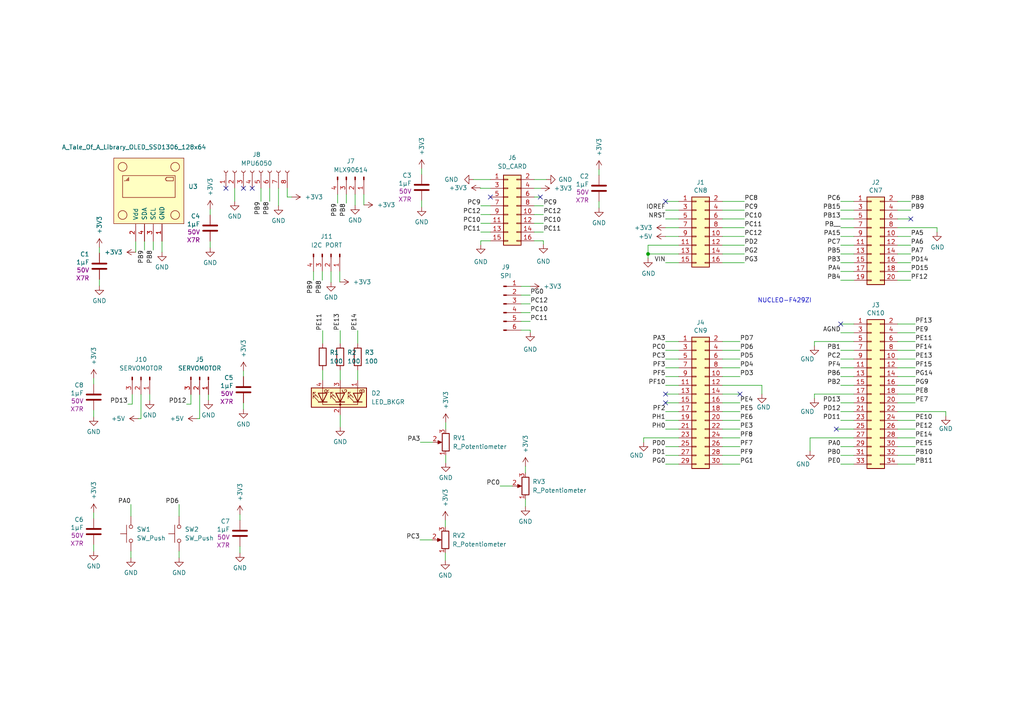
<source format=kicad_sch>
(kicad_sch (version 20231120) (generator "eeschema") (generator_version "8.0")
  (paper "A4")
  (lib_symbols
    (symbol "Connector:Conn_01x03_Pin" (pin_names (offset 1.016) hide)
      (property "Reference" "J" (at 0 5.08 0))
      (property "Value" "Conn_01x03_Pin" (at 0 -5.08 0))
      (symbol "Conn_01x03_Pin_1_1"
        (pin passive line (at 5.08 2.54 180) (length 3.81) (name "Pin_1") (number "1"))
        (pin passive line (at 5.08 0 180) (length 3.81) (name "Pin_2") (number "2"))
        (pin passive line (at 5.08 -2.54 180) (length 3.81) (name "Pin_3") (number "3"))
      )
    )
    (symbol "Connector:Conn_01x04_Pin" (pin_names (offset 1.016) hide)
      (property "Reference" "J" (at 0 5.08 0))
      (property "Value" "Conn_01x04_Pin" (at 0 -7.62 0))
      (symbol "Conn_01x04_Pin_1_1"
        (pin passive line (at 5.08 2.54 180) (length 3.81) (name "Pin_1") (number "1"))
        (pin passive line (at 5.08 0 180) (length 3.81) (name "Pin_2") (number "2"))
        (pin passive line (at 5.08 -2.54 180) (length 3.81) (name "Pin_3") (number "3"))
        (pin passive line (at 5.08 -5.08 180) (length 3.81) (name "Pin_4") (number "4"))
      )
    )
    (symbol "Connector:Conn_01x06_Pin" (pin_names (offset 1.016) hide)
      (property "Reference" "J" (at 0 7.62 0))
      (property "Value" "Conn_01x06_Pin" (at 0 -10.16 0))
      (symbol "Conn_01x06_Pin_1_1"
        (pin passive line (at 5.08 5.08 180) (length 3.81) (name "Pin_1") (number "1"))
        (pin passive line (at 5.08 2.54 180) (length 3.81) (name "Pin_2") (number "2"))
        (pin passive line (at 5.08 0 180) (length 3.81) (name "Pin_3") (number "3"))
        (pin passive line (at 5.08 -2.54 180) (length 3.81) (name "Pin_4") (number "4"))
        (pin passive line (at 5.08 -5.08 180) (length 3.81) (name "Pin_5") (number "5"))
        (pin passive line (at 5.08 -7.62 180) (length 3.81) (name "Pin_6") (number "6"))
      )
    )
    (symbol "Connector:Conn_01x08_Socket" (pin_names (offset 1.016) hide)
      (property "Reference" "J" (at 0 10.16 0))
      (property "Value" "Conn_01x08_Socket" (at 0 -12.7 0))
      (symbol "Conn_01x08_Socket_1_1"
        (pin passive line (at -5.08 7.62 0) (length 3.81) (name "Pin_1") (number "1"))
        (pin passive line (at -5.08 5.08 0) (length 3.81) (name "Pin_2") (number "2"))
        (pin passive line (at -5.08 2.54 0) (length 3.81) (name "Pin_3") (number "3"))
        (pin passive line (at -5.08 0 0) (length 3.81) (name "Pin_4") (number "4"))
        (pin passive line (at -5.08 -2.54 0) (length 3.81) (name "Pin_5") (number "5"))
        (pin passive line (at -5.08 -5.08 0) (length 3.81) (name "Pin_6") (number "6"))
        (pin passive line (at -5.08 -7.62 0) (length 3.81) (name "Pin_7") (number "7"))
        (pin passive line (at -5.08 -10.16 0) (length 3.81) (name "Pin_8") (number "8"))
      )
    )
    (symbol "Connector_Generic:Conn_02x08_Odd_Even" (pin_names (offset 1.016) hide)
      (property "Reference" "J" (at 1.27 10.16 0))
      (property "Value" "Conn_02x08_Odd_Even" (at 1.27 -12.7 0))
      (symbol "Conn_02x08_Odd_Even_1_1"
        (pin passive line (at -5.08 7.62 0) (length 3.81) (name "Pin_1") (number "1"))
        (pin passive line (at 7.62 -2.54 180) (length 3.81) (name "Pin_10") (number "10"))
        (pin passive line (at -5.08 -5.08 0) (length 3.81) (name "Pin_11") (number "11"))
        (pin passive line (at 7.62 -5.08 180) (length 3.81) (name "Pin_12") (number "12"))
        (pin passive line (at -5.08 -7.62 0) (length 3.81) (name "Pin_13") (number "13"))
        (pin passive line (at 7.62 -7.62 180) (length 3.81) (name "Pin_14") (number "14"))
        (pin passive line (at -5.08 -10.16 0) (length 3.81) (name "Pin_15") (number "15"))
        (pin passive line (at 7.62 -10.16 180) (length 3.81) (name "Pin_16") (number "16"))
        (pin passive line (at 7.62 7.62 180) (length 3.81) (name "Pin_2") (number "2"))
        (pin passive line (at -5.08 5.08 0) (length 3.81) (name "Pin_3") (number "3"))
        (pin passive line (at 7.62 5.08 180) (length 3.81) (name "Pin_4") (number "4"))
        (pin passive line (at -5.08 2.54 0) (length 3.81) (name "Pin_5") (number "5"))
        (pin passive line (at 7.62 2.54 180) (length 3.81) (name "Pin_6") (number "6"))
        (pin passive line (at -5.08 0 0) (length 3.81) (name "Pin_7") (number "7"))
        (pin passive line (at 7.62 0 180) (length 3.81) (name "Pin_8") (number "8"))
        (pin passive line (at -5.08 -2.54 0) (length 3.81) (name "Pin_9") (number "9"))
      )
    )
    (symbol "Connector_Generic:Conn_02x10_Odd_Even" (pin_names (offset 1.016) hide)
      (property "Reference" "J" (at 1.27 12.7 0))
      (property "Value" "Conn_02x10_Odd_Even" (at 1.27 -15.24 0))
      (symbol "Conn_02x10_Odd_Even_1_1"
        (pin passive line (at -5.08 10.16 0) (length 3.81) (name "Pin_1") (number "1"))
        (pin passive line (at 7.62 0 180) (length 3.81) (name "Pin_10") (number "10"))
        (pin passive line (at -5.08 -2.54 0) (length 3.81) (name "Pin_11") (number "11"))
        (pin passive line (at 7.62 -2.54 180) (length 3.81) (name "Pin_12") (number "12"))
        (pin passive line (at -5.08 -5.08 0) (length 3.81) (name "Pin_13") (number "13"))
        (pin passive line (at 7.62 -5.08 180) (length 3.81) (name "Pin_14") (number "14"))
        (pin passive line (at -5.08 -7.62 0) (length 3.81) (name "Pin_15") (number "15"))
        (pin passive line (at 7.62 -7.62 180) (length 3.81) (name "Pin_16") (number "16"))
        (pin passive line (at -5.08 -10.16 0) (length 3.81) (name "Pin_17") (number "17"))
        (pin passive line (at 7.62 -10.16 180) (length 3.81) (name "Pin_18") (number "18"))
        (pin passive line (at -5.08 -12.7 0) (length 3.81) (name "Pin_19") (number "19"))
        (pin passive line (at 7.62 10.16 180) (length 3.81) (name "Pin_2") (number "2"))
        (pin passive line (at 7.62 -12.7 180) (length 3.81) (name "Pin_20") (number "20"))
        (pin passive line (at -5.08 7.62 0) (length 3.81) (name "Pin_3") (number "3"))
        (pin passive line (at 7.62 7.62 180) (length 3.81) (name "Pin_4") (number "4"))
        (pin passive line (at -5.08 5.08 0) (length 3.81) (name "Pin_5") (number "5"))
        (pin passive line (at 7.62 5.08 180) (length 3.81) (name "Pin_6") (number "6"))
        (pin passive line (at -5.08 2.54 0) (length 3.81) (name "Pin_7") (number "7"))
        (pin passive line (at 7.62 2.54 180) (length 3.81) (name "Pin_8") (number "8"))
        (pin passive line (at -5.08 0 0) (length 3.81) (name "Pin_9") (number "9"))
      )
    )
    (symbol "Connector_Generic:Conn_02x15_Odd_Even" (pin_names (offset 1.016) hide)
      (property "Reference" "J" (at 1.27 20.32 0))
      (property "Value" "Conn_02x15_Odd_Even" (at 1.27 -20.32 0))
      (symbol "Conn_02x15_Odd_Even_1_1"
        (pin passive line (at -5.08 17.78 0) (length 3.81) (name "Pin_1") (number "1"))
        (pin passive line (at 7.62 7.62 180) (length 3.81) (name "Pin_10") (number "10"))
        (pin passive line (at -5.08 5.08 0) (length 3.81) (name "Pin_11") (number "11"))
        (pin passive line (at 7.62 5.08 180) (length 3.81) (name "Pin_12") (number "12"))
        (pin passive line (at -5.08 2.54 0) (length 3.81) (name "Pin_13") (number "13"))
        (pin passive line (at 7.62 2.54 180) (length 3.81) (name "Pin_14") (number "14"))
        (pin passive line (at -5.08 0 0) (length 3.81) (name "Pin_15") (number "15"))
        (pin passive line (at 7.62 0 180) (length 3.81) (name "Pin_16") (number "16"))
        (pin passive line (at -5.08 -2.54 0) (length 3.81) (name "Pin_17") (number "17"))
        (pin passive line (at 7.62 -2.54 180) (length 3.81) (name "Pin_18") (number "18"))
        (pin passive line (at -5.08 -5.08 0) (length 3.81) (name "Pin_19") (number "19"))
        (pin passive line (at 7.62 17.78 180) (length 3.81) (name "Pin_2") (number "2"))
        (pin passive line (at 7.62 -5.08 180) (length 3.81) (name "Pin_20") (number "20"))
        (pin passive line (at -5.08 -7.62 0) (length 3.81) (name "Pin_21") (number "21"))
        (pin passive line (at 7.62 -7.62 180) (length 3.81) (name "Pin_22") (number "22"))
        (pin passive line (at -5.08 -10.16 0) (length 3.81) (name "Pin_23") (number "23"))
        (pin passive line (at 7.62 -10.16 180) (length 3.81) (name "Pin_24") (number "24"))
        (pin passive line (at -5.08 -12.7 0) (length 3.81) (name "Pin_25") (number "25"))
        (pin passive line (at 7.62 -12.7 180) (length 3.81) (name "Pin_26") (number "26"))
        (pin passive line (at -5.08 -15.24 0) (length 3.81) (name "Pin_27") (number "27"))
        (pin passive line (at 7.62 -15.24 180) (length 3.81) (name "Pin_28") (number "28"))
        (pin passive line (at -5.08 -17.78 0) (length 3.81) (name "Pin_29") (number "29"))
        (pin passive line (at -5.08 15.24 0) (length 3.81) (name "Pin_3") (number "3"))
        (pin passive line (at 7.62 -17.78 180) (length 3.81) (name "Pin_30") (number "30"))
        (pin passive line (at 7.62 15.24 180) (length 3.81) (name "Pin_4") (number "4"))
        (pin passive line (at -5.08 12.7 0) (length 3.81) (name "Pin_5") (number "5"))
        (pin passive line (at 7.62 12.7 180) (length 3.81) (name "Pin_6") (number "6"))
        (pin passive line (at -5.08 10.16 0) (length 3.81) (name "Pin_7") (number "7"))
        (pin passive line (at 7.62 10.16 180) (length 3.81) (name "Pin_8") (number "8"))
        (pin passive line (at -5.08 7.62 0) (length 3.81) (name "Pin_9") (number "9"))
      )
    )
    (symbol "Connector_Generic:Conn_02x17_Odd_Even" (pin_names (offset 1.016) hide)
      (property "Reference" "J" (at 1.27 22.86 0))
      (property "Value" "Conn_02x17_Odd_Even" (at 1.27 -22.86 0))
      (symbol "Conn_02x17_Odd_Even_1_1"
        (pin passive line (at -5.08 20.32 0) (length 3.81) (name "Pin_1") (number "1"))
        (pin passive line (at 7.62 10.16 180) (length 3.81) (name "Pin_10") (number "10"))
        (pin passive line (at -5.08 7.62 0) (length 3.81) (name "Pin_11") (number "11"))
        (pin passive line (at 7.62 7.62 180) (length 3.81) (name "Pin_12") (number "12"))
        (pin passive line (at -5.08 5.08 0) (length 3.81) (name "Pin_13") (number "13"))
        (pin passive line (at 7.62 5.08 180) (length 3.81) (name "Pin_14") (number "14"))
        (pin passive line (at -5.08 2.54 0) (length 3.81) (name "Pin_15") (number "15"))
        (pin passive line (at 7.62 2.54 180) (length 3.81) (name "Pin_16") (number "16"))
        (pin passive line (at -5.08 0 0) (length 3.81) (name "Pin_17") (number "17"))
        (pin passive line (at 7.62 0 180) (length 3.81) (name "Pin_18") (number "18"))
        (pin passive line (at -5.08 -2.54 0) (length 3.81) (name "Pin_19") (number "19"))
        (pin passive line (at 7.62 20.32 180) (length 3.81) (name "Pin_2") (number "2"))
        (pin passive line (at 7.62 -2.54 180) (length 3.81) (name "Pin_20") (number "20"))
        (pin passive line (at -5.08 -5.08 0) (length 3.81) (name "Pin_21") (number "21"))
        (pin passive line (at 7.62 -5.08 180) (length 3.81) (name "Pin_22") (number "22"))
        (pin passive line (at -5.08 -7.62 0) (length 3.81) (name "Pin_23") (number "23"))
        (pin passive line (at 7.62 -7.62 180) (length 3.81) (name "Pin_24") (number "24"))
        (pin passive line (at -5.08 -10.16 0) (length 3.81) (name "Pin_25") (number "25"))
        (pin passive line (at 7.62 -10.16 180) (length 3.81) (name "Pin_26") (number "26"))
        (pin passive line (at -5.08 -12.7 0) (length 3.81) (name "Pin_27") (number "27"))
        (pin passive line (at 7.62 -12.7 180) (length 3.81) (name "Pin_28") (number "28"))
        (pin passive line (at -5.08 -15.24 0) (length 3.81) (name "Pin_29") (number "29"))
        (pin passive line (at -5.08 17.78 0) (length 3.81) (name "Pin_3") (number "3"))
        (pin passive line (at 7.62 -15.24 180) (length 3.81) (name "Pin_30") (number "30"))
        (pin passive line (at -5.08 -17.78 0) (length 3.81) (name "Pin_31") (number "31"))
        (pin passive line (at 7.62 -17.78 180) (length 3.81) (name "Pin_32") (number "32"))
        (pin passive line (at -5.08 -20.32 0) (length 3.81) (name "Pin_33") (number "33"))
        (pin passive line (at 7.62 -20.32 180) (length 3.81) (name "Pin_34") (number "34"))
        (pin passive line (at 7.62 17.78 180) (length 3.81) (name "Pin_4") (number "4"))
        (pin passive line (at -5.08 15.24 0) (length 3.81) (name "Pin_5") (number "5"))
        (pin passive line (at 7.62 15.24 180) (length 3.81) (name "Pin_6") (number "6"))
        (pin passive line (at -5.08 12.7 0) (length 3.81) (name "Pin_7") (number "7"))
        (pin passive line (at 7.62 12.7 180) (length 3.81) (name "Pin_8") (number "8"))
        (pin passive line (at -5.08 10.16 0) (length 3.81) (name "Pin_9") (number "9"))
      )
    )
    (symbol "Device:C" (pin_numbers hide) (pin_names (offset 0.254))
      (property "Reference" "C" (at 0.635 2.54 0))
      (property "Value" "C" (at 0.635 -2.54 0))
      (symbol "C_1_1"
        (pin passive line (at 0 3.81 270) (length 2.794) (name "~") (number "1"))
        (pin passive line (at 0 -3.81 90) (length 2.794) (name "~") (number "2"))
      )
    )
    (symbol "Device:LED_BKGR" (pin_names (offset 0) hide)
      (property "Reference" "D" (at 0 9.398 0))
      (property "Value" "LED_BKGR" (at 0 -8.89 0))
      (symbol "LED_BKGR_0_0"
        (text "B" (at 1.905 -6.35 0) (effects (font (size 1.27 1.27))))
        (text "G" (at 1.905 -1.27 0) (effects (font (size 1.27 1.27))))
        (text "R" (at 1.905 3.81 0) (effects (font (size 1.27 1.27))))
      )
      (symbol "LED_BKGR_1_1"
        (pin passive line (at 5.08 -5.08 180) (length 2.54) (name "BA") (number "1"))
        (pin passive line (at -5.08 0 0) (length 2.54) (name "K") (number "2"))
        (pin passive line (at 5.08 0 180) (length 2.54) (name "GA") (number "3"))
        (pin passive line (at 5.08 5.08 180) (length 2.54) (name "RA") (number "4"))
      )
    )
    (symbol "Device:R" (pin_numbers hide) (pin_names (offset 0))
      (property "Reference" "R" (at 2.032 0 90))
      (property "Value" "R" (at 0 0 90))
      (symbol "R_1_1"
        (pin passive line (at 0 3.81 270) (length 1.27) (name "~") (number "1"))
        (pin passive line (at 0 -3.81 90) (length 1.27) (name "~") (number "2"))
      )
    )
    (symbol "Device:R_Potentiometer" (pin_names (offset 1.016) hide)
      (property "Reference" "RV" (at -4.445 0 90))
      (property "Value" "R_Potentiometer" (at -2.54 0 90))
      (symbol "R_Potentiometer_1_1"
        (pin passive line (at 0 3.81 270) (length 1.27) (name "1") (number "1"))
        (pin passive line (at 3.81 0 180) (length 1.27) (name "2") (number "2"))
        (pin passive line (at 0 -3.81 90) (length 1.27) (name "3") (number "3"))
      )
    )
    (symbol "Switch:SW_Push" (pin_numbers hide) (pin_names (offset 1.016) hide)
      (property "Reference" "SW" (at 1.27 2.54 0))
      (property "Value" "SW_Push" (at 0 -1.524 0))
      (symbol "SW_Push_0_1"
        (pin passive line (at -5.08 0 0) (length 2.54) (name "1") (number "1"))
        (pin passive line (at 5.08 0 180) (length 2.54) (name "2") (number "2"))
      )
    )
    (symbol "power:+3V3" (power) (pin_names (offset 0))
      (property "Value" "+3V3" (at 0 3.556 0))
      (symbol "+3V3_1_1"
        (pin power_in line (at 0 0 90) (length 0) hide (name "+3V3") (number "1"))
      )
    )
    (symbol "power:+5V" (power) (pin_names (offset 0))
      (property "Value" "+5V" (at 0 3.556 0))
      (symbol "+5V_1_1"
        (pin power_in line (at 0 0 90) (length 0) hide (name "+5V") (number "1"))
      )
    )
    (symbol "power:GND" (power) (pin_names (offset 0))
      (property "Value" "GND" (at 0 -3.81 0))
      (symbol "GND_1_1"
        (pin power_in line (at 0 0 270) (length 0) hide (name "GND") (number "1"))
      )
    )
    (symbol "wels_pcb_nucleo144-rescue:OLED_SSD1306_128x64-A_Tale_Of_A_Library" (pin_names (offset 1.016))
      (property "Reference" "U" (at 0 0 0))
      (property "Value" "A_Tale_Of_A_Library_OLED_SSD1306_128x64" (at 10.16 6.35 0))
      (symbol "OLED_SSD1306_128x64-A_Tale_Of_A_Library_1_1"
        (pin power_in line (at -12.7 -16.51 0) (length 5.08) (name "GND") (number "1"))
        (pin power_in line (at -12.7 -8.89 0) (length 5.08) (name "Vdd") (number "2"))
        (pin input line (at -12.7 -13.97 0) (length 5.08) (name "SCL") (number "3"))
        (pin input line (at -12.7 -11.43 0) (length 5.08) (name "SDA") (number "4"))
      )
    )
  )
  (junction (at 187.96 73.66))
  (no_connect (at 214.63 114.3))
  (no_connect (at 264.16 63.5))
  (no_connect (at 73.152 54.61))
  (no_connect (at 193.04 116.84))
  (no_connect (at 242.57 124.46))
  (no_connect (at 243.84 93.98))
  (no_connect (at 193.04 58.42))
  (no_connect (at 65.532 54.61))
  (no_connect (at 142.24 57.15))
  (no_connect (at 156.718 57.15))
  (no_connect (at 193.04 114.3))
  (no_connect (at 70.612 54.61))
  (wire (pts (xy 193.04 134.62) (xy 196.85 134.62)))
  (wire (pts (xy 98.679 120.396) (xy 98.679 123.825)))
  (wire (pts (xy 139.446 67.31) (xy 142.24 67.31)))
  (wire (pts (xy 193.04 116.84) (xy 196.85 116.84)))
  (wire (pts (xy 151.13 88.138) (xy 153.797 88.138)))
  (wire (pts (xy 193.04 124.46) (xy 196.85 124.46)))
  (wire (pts (xy 260.35 129.54) (xy 265.43 129.54)))
  (wire (pts (xy 37.973 146.304) (xy 37.973 149.733)))
  (wire (pts (xy 209.55 134.62) (xy 214.63 134.62)))
  (wire (pts (xy 69.596 149.225) (xy 69.596 150.876)))
  (wire (pts (xy 247.65 127) (xy 234.95 127)))
  (wire (pts (xy 209.55 116.84) (xy 214.63 116.84)))
  (wire (pts (xy 129.159 160.401) (xy 129.159 162.56)))
  (wire (pts (xy 260.35 81.28) (xy 264.16 81.28)))
  (wire (pts (xy 154.94 52.07) (xy 158.496 52.07)))
  (wire (pts (xy 260.35 134.62) (xy 265.43 134.62)))
  (wire (pts (xy 260.35 132.08) (xy 265.43 132.08)))
  (wire (pts (xy 243.84 63.5) (xy 247.65 63.5)))
  (wire (pts (xy 247.65 99.06) (xy 236.22 99.06)))
  (wire (pts (xy 55.372 117.221) (xy 54.102 117.221)))
  (wire (pts (xy 260.35 73.66) (xy 264.16 73.66)))
  (wire (pts (xy 43.434 114.427) (xy 43.434 116.078)))
  (wire (pts (xy 57.912 121.412) (xy 57.15 121.412)))
  (wire (pts (xy 187.96 73.66) (xy 187.96 74.93)))
  (wire (pts (xy 27.178 109.728) (xy 27.178 111.379)))
  (wire (pts (xy 243.84 121.92) (xy 247.65 121.92)))
  (wire (pts (xy 243.84 76.2) (xy 247.65 76.2)))
  (wire (pts (xy 260.35 121.92) (xy 265.43 121.92)))
  (wire (pts (xy 193.04 99.06) (xy 196.85 99.06)))
  (wire (pts (xy 121.92 128.27) (xy 125.476 128.27)))
  (wire (pts (xy 122.301 58.166) (xy 122.301 60.071)))
  (wire (pts (xy 173.736 49.149) (xy 173.736 50.8)))
  (wire (pts (xy 139.319 54.61) (xy 139.319 54.483)))
  (wire (pts (xy 151.13 90.678) (xy 153.797 90.678)))
  (wire (pts (xy 60.96 60.706) (xy 60.96 62.357)))
  (wire (pts (xy 153.797 96.393) (xy 153.797 95.758)))
  (wire (pts (xy 243.84 71.12) (xy 247.65 71.12)))
  (wire (pts (xy 151.13 85.598) (xy 153.797 85.598)))
  (wire (pts (xy 243.84 73.66) (xy 247.65 73.66)))
  (wire (pts (xy 83.312 57.15) (xy 83.312 54.61)))
  (wire (pts (xy 97.917 56.388) (xy 97.917 58.928)))
  (wire (pts (xy 98.679 107.315) (xy 98.679 110.236)))
  (wire (pts (xy 157.607 70.866) (xy 157.607 69.85)))
  (wire (pts (xy 152.4 144.78) (xy 152.4 146.939)))
  (wire (pts (xy 142.24 54.61) (xy 139.319 54.61)))
  (wire (pts (xy 154.94 59.69) (xy 157.607 59.69)))
  (wire (pts (xy 243.84 66.04) (xy 247.65 66.04)))
  (wire (pts (xy 209.55 111.76) (xy 220.98 111.76)))
  (wire (pts (xy 260.35 63.5) (xy 264.16 63.5)))
  (wire (pts (xy 40.894 121.412) (xy 40.132 121.412)))
  (wire (pts (xy 39.37 69.977) (xy 39.37 73.152)))
  (wire (pts (xy 187.96 71.12) (xy 187.96 73.66)))
  (wire (pts (xy 260.35 71.12) (xy 264.16 71.12)))
  (wire (pts (xy 260.35 114.3) (xy 265.43 114.3)))
  (wire (pts (xy 193.04 68.58) (xy 196.85 68.58)))
  (wire (pts (xy 209.55 121.92) (xy 214.63 121.92)))
  (wire (pts (xy 154.94 64.77) (xy 157.607 64.77)))
  (wire (pts (xy 75.692 54.61) (xy 75.692 58.42)))
  (wire (pts (xy 98.679 95.885) (xy 98.679 99.695)))
  (wire (pts (xy 209.55 99.06) (xy 214.63 99.06)))
  (wire (pts (xy 209.55 114.3) (xy 214.63 114.3)))
  (wire (pts (xy 243.84 78.74) (xy 247.65 78.74)))
  (wire (pts (xy 70.612 116.84) (xy 70.612 118.745)))
  (wire (pts (xy 260.35 101.6) (xy 265.43 101.6)))
  (wire (pts (xy 154.94 67.31) (xy 157.607 67.31)))
  (wire (pts (xy 103.759 107.315) (xy 103.759 110.236)))
  (wire (pts (xy 209.55 66.04) (xy 215.9 66.04)))
  (wire (pts (xy 57.912 114.427) (xy 57.912 121.412)))
  (wire (pts (xy 139.446 64.77) (xy 142.24 64.77)))
  (wire (pts (xy 142.24 52.07) (xy 137.287 52.07)))
  (wire (pts (xy 153.797 95.758) (xy 151.13 95.758)))
  (wire (pts (xy 193.04 119.38) (xy 196.85 119.38)))
  (wire (pts (xy 51.943 146.304) (xy 51.943 149.733)))
  (wire (pts (xy 46.99 69.977) (xy 46.99 73.152)))
  (wire (pts (xy 103.759 95.885) (xy 103.759 99.695)))
  (wire (pts (xy 260.35 66.04) (xy 271.78 66.04)))
  (wire (pts (xy 60.96 69.977) (xy 60.96 71.882)))
  (wire (pts (xy 260.35 96.52) (xy 265.43 96.52)))
  (wire (pts (xy 260.35 124.46) (xy 265.43 124.46)))
  (wire (pts (xy 209.55 68.58) (xy 215.9 68.58)))
  (wire (pts (xy 193.04 132.08) (xy 196.85 132.08)))
  (wire (pts (xy 243.84 134.62) (xy 247.65 134.62)))
  (wire (pts (xy 151.13 93.218) (xy 153.797 93.218)))
  (wire (pts (xy 193.04 60.96) (xy 196.85 60.96)))
  (wire (pts (xy 243.84 129.54) (xy 247.65 129.54)))
  (wire (pts (xy 271.78 66.04) (xy 271.78 67.31)))
  (wire (pts (xy 186.69 127) (xy 186.69 128.27)))
  (wire (pts (xy 209.55 109.22) (xy 214.63 109.22)))
  (wire (pts (xy 243.84 58.42) (xy 247.65 58.42)))
  (wire (pts (xy 209.55 76.2) (xy 215.9 76.2)))
  (wire (pts (xy 84.582 57.15) (xy 83.312 57.15)))
  (wire (pts (xy 260.35 99.06) (xy 265.43 99.06)))
  (wire (pts (xy 260.35 58.42) (xy 264.16 58.42)))
  (wire (pts (xy 274.32 119.38) (xy 260.35 119.38)))
  (wire (pts (xy 28.829 71.755) (xy 28.829 73.406)))
  (wire (pts (xy 157.607 69.85) (xy 154.94 69.85)))
  (wire (pts (xy 154.94 57.15) (xy 156.718 57.15)))
  (wire (pts (xy 100.457 56.388) (xy 100.457 58.928)))
  (wire (pts (xy 243.84 68.58) (xy 247.65 68.58)))
  (wire (pts (xy 145.034 140.97) (xy 148.59 140.97)))
  (wire (pts (xy 69.596 158.496) (xy 69.596 160.401)))
  (wire (pts (xy 129.286 132.08) (xy 129.286 134.239)))
  (wire (pts (xy 193.04 129.54) (xy 196.85 129.54)))
  (wire (pts (xy 90.932 78.74) (xy 90.932 81.28)))
  (wire (pts (xy 260.35 127) (xy 265.43 127)))
  (wire (pts (xy 243.84 81.28) (xy 247.65 81.28)))
  (wire (pts (xy 193.04 63.5) (xy 196.85 63.5)))
  (wire (pts (xy 243.84 101.6) (xy 247.65 101.6)))
  (wire (pts (xy 93.472 78.74) (xy 93.472 81.28)))
  (wire (pts (xy 154.94 54.61) (xy 156.845 54.61)))
  (wire (pts (xy 260.35 76.2) (xy 264.16 76.2)))
  (wire (pts (xy 260.35 93.98) (xy 265.43 93.98)))
  (wire (pts (xy 209.55 119.38) (xy 214.63 119.38)))
  (wire (pts (xy 236.22 99.06) (xy 236.22 100.33)))
  (wire (pts (xy 247.65 114.3) (xy 236.22 114.3)))
  (wire (pts (xy 51.943 159.893) (xy 51.943 161.798)))
  (wire (pts (xy 209.55 71.12) (xy 215.9 71.12)))
  (wire (pts (xy 28.829 81.026) (xy 28.829 82.931)))
  (wire (pts (xy 152.4 135.255) (xy 152.4 137.16)))
  (wire (pts (xy 187.96 73.66) (xy 196.85 73.66)))
  (wire (pts (xy 27.178 118.999) (xy 27.178 120.904)))
  (wire (pts (xy 27.178 148.717) (xy 27.178 150.368)))
  (wire (pts (xy 40.894 114.427) (xy 40.894 121.412)))
  (wire (pts (xy 243.84 119.38) (xy 247.65 119.38)))
  (wire (pts (xy 193.04 101.6) (xy 196.85 101.6)))
  (wire (pts (xy 98.552 78.74) (xy 98.552 81.788)))
  (wire (pts (xy 260.35 111.76) (xy 265.43 111.76)))
  (wire (pts (xy 27.178 157.988) (xy 27.178 159.893)))
  (wire (pts (xy 243.84 109.22) (xy 247.65 109.22)))
  (wire (pts (xy 139.446 62.23) (xy 142.24 62.23)))
  (wire (pts (xy 78.232 54.61) (xy 78.232 58.42)))
  (wire (pts (xy 209.55 132.08) (xy 214.63 132.08)))
  (wire (pts (xy 209.55 124.46) (xy 214.63 124.46)))
  (wire (pts (xy 139.446 69.85) (xy 139.446 70.993)))
  (wire (pts (xy 38.354 117.221) (xy 37.084 117.221)))
  (wire (pts (xy 209.55 129.54) (xy 214.63 129.54)))
  (wire (pts (xy 193.04 104.14) (xy 196.85 104.14)))
  (wire (pts (xy 209.55 63.5) (xy 215.9 63.5)))
  (wire (pts (xy 121.793 156.591) (xy 125.349 156.591)))
  (wire (pts (xy 93.599 107.315) (xy 93.599 110.236)))
  (wire (pts (xy 260.35 60.96) (xy 264.16 60.96)))
  (wire (pts (xy 154.94 62.23) (xy 157.607 62.23)))
  (wire (pts (xy 151.13 83.058) (xy 153.797 83.058)))
  (wire (pts (xy 209.55 127) (xy 214.63 127)))
  (wire (pts (xy 243.84 104.14) (xy 247.65 104.14)))
  (wire (pts (xy 193.04 121.92) (xy 196.85 121.92)))
  (wire (pts (xy 243.84 96.52) (xy 247.65 96.52)))
  (wire (pts (xy 209.55 104.14) (xy 214.63 104.14)))
  (wire (pts (xy 193.04 58.42) (xy 196.85 58.42)))
  (wire (pts (xy 234.95 127) (xy 234.95 130.81)))
  (wire (pts (xy 193.04 66.04) (xy 196.85 66.04)))
  (wire (pts (xy 129.286 122.555) (xy 129.286 124.46)))
  (wire (pts (xy 243.84 111.76) (xy 247.65 111.76)))
  (wire (pts (xy 60.452 114.427) (xy 60.452 116.078)))
  (wire (pts (xy 80.772 54.61) (xy 80.772 59.69)))
  (wire (pts (xy 220.98 111.76) (xy 220.98 114.3)))
  (wire (pts (xy 260.35 106.68) (xy 265.43 106.68)))
  (wire (pts (xy 122.301 48.895) (xy 122.301 50.546)))
  (wire (pts (xy 236.22 114.3) (xy 236.22 115.57)))
  (wire (pts (xy 68.072 54.61) (xy 68.072 58.42)))
  (wire (pts (xy 139.446 59.69) (xy 142.24 59.69)))
  (wire (pts (xy 243.84 106.68) (xy 247.65 106.68)))
  (wire (pts (xy 55.372 114.427) (xy 55.372 117.221)))
  (wire (pts (xy 93.599 95.885) (xy 93.599 99.695)))
  (wire (pts (xy 193.04 76.2) (xy 196.85 76.2)))
  (wire (pts (xy 196.85 71.12) (xy 187.96 71.12)))
  (wire (pts (xy 260.35 109.22) (xy 265.43 109.22)))
  (wire (pts (xy 193.04 106.68) (xy 196.85 106.68)))
  (wire (pts (xy 209.55 106.68) (xy 214.63 106.68)))
  (wire (pts (xy 274.32 120.65) (xy 274.32 119.38)))
  (wire (pts (xy 173.736 58.42) (xy 173.736 60.325)))
  (wire (pts (xy 243.84 60.96) (xy 247.65 60.96)))
  (wire (pts (xy 70.612 107.569) (xy 70.612 109.22)))
  (wire (pts (xy 242.57 124.46) (xy 247.65 124.46)))
  (wire (pts (xy 209.55 58.42) (xy 215.9 58.42)))
  (wire (pts (xy 209.55 101.6) (xy 214.63 101.6)))
  (wire (pts (xy 41.91 69.977) (xy 41.91 72.517)))
  (wire (pts (xy 129.159 150.876) (xy 129.159 152.781)))
  (wire (pts (xy 96.012 78.74) (xy 96.012 81.915)))
  (wire (pts (xy 209.55 60.96) (xy 215.9 60.96)))
  (wire (pts (xy 44.45 69.977) (xy 44.45 72.517)))
  (wire (pts (xy 243.84 116.84) (xy 247.65 116.84)))
  (wire (pts (xy 193.04 111.76) (xy 196.85 111.76)))
  (wire (pts (xy 260.35 78.74) (xy 264.16 78.74)))
  (wire (pts (xy 243.84 132.08) (xy 247.65 132.08)))
  (wire (pts (xy 193.04 109.22) (xy 196.85 109.22)))
  (wire (pts (xy 260.35 104.14) (xy 265.43 104.14)))
  (wire (pts (xy 193.04 114.3) (xy 196.85 114.3)))
  (wire (pts (xy 37.973 159.893) (xy 37.973 161.798)))
  (wire (pts (xy 209.55 73.66) (xy 215.9 73.66)))
  (wire (pts (xy 243.84 93.98) (xy 247.65 93.98)))
  (wire (pts (xy 38.354 114.427) (xy 38.354 117.221)))
  (wire (pts (xy 105.537 56.388) (xy 105.537 59.436)))
  (wire (pts (xy 260.35 68.58) (xy 264.16 68.58)))
  (wire (pts (xy 142.24 69.85) (xy 139.446 69.85)))
  (wire (pts (xy 102.997 56.388) (xy 102.997 59.563)))
  (wire (pts (xy 260.35 116.84) (xy 265.43 116.84)))
  (wire (pts (xy 196.85 127) (xy 186.69 127)))
  (text "NUCLEO-F429ZI" (at 219.71 88.011 0) (effects (font (size 1.27 1.27)) (justify left bottom)))
  (label "PB9" (at 75.692 58.42 270))
  (label "PF5" (at 193.04 109.22 180))
  (label "PG14" (at 265.43 109.22 0))
  (label "PF15" (at 265.43 106.68 0))
  (label "PE10" (at 265.43 121.92 0))
  (label "PE12" (at 265.43 124.46 0))
  (label "PE15" (at 265.43 129.54 0))
  (label "PF14" (at 265.43 101.6 0))
  (label "PE11" (at 93.599 95.885 90))
  (label "PC10" (at 215.9 63.5 0))
  (label "PC8" (at 215.9 58.42 0))
  (label "PB9" (at 264.16 60.96 0))
  (label "PG1" (at 214.63 134.62 0))
  (label "PF12" (at 264.16 81.28 0))
  (label "PE13" (at 265.43 104.14 0))
  (label "PD2" (at 215.9 71.12 0))
  (label "PG0" (at 193.04 134.62 180))
  (label "PB5" (at 243.84 73.66 180))
  (label "PC10" (at 139.446 64.77 180))
  (label "PC12" (at 215.9 68.58 0))
  (label "PC12" (at 153.797 88.138 0))
  (label "PB9" (at 90.932 81.28 270))
  (label "PA6" (at 264.16 71.12 0))
  (label "PC11" (at 139.446 67.31 180))
  (label "PC9" (at 157.607 59.69 0))
  (label "PA5" (at 264.16 68.58 0))
  (label "PB15" (at 243.84 60.96 180))
  (label "PE0" (at 243.84 134.62 180))
  (label "PC10" (at 153.797 90.678 0))
  (label "PD3" (at 214.63 109.22 0))
  (label "PD14" (at 264.16 76.2 0))
  (label "PD13" (at 37.084 117.221 180))
  (label "PA7" (at 264.16 73.66 0))
  (label "PF2" (at 193.04 119.38 180))
  (label "PE9" (at 265.43 96.52 0))
  (label "PA0" (at 243.84 129.54 180))
  (label "PE4" (at 214.63 116.84 0))
  (label "PE3" (at 214.63 124.46 0))
  (label "PC6" (at 243.84 58.42 180))
  (label "PC7" (at 243.84 71.12 180))
  (label "PC9" (at 215.9 60.96 0))
  (label "PB9" (at 41.91 72.517 270))
  (label "PA3" (at 193.04 99.06 180))
  (label "PB0" (at 243.84 132.08 180))
  (label "PC10" (at 157.607 64.77 0))
  (label "PD6" (at 214.63 101.6 0))
  (label "PG9" (at 265.43 111.76 0))
  (label "PB11" (at 265.43 134.62 0))
  (label "PB8" (at 264.16 58.42 0))
  (label "PC3" (at 121.793 156.591 180))
  (label "PF7" (at 214.63 129.54 0))
  (label "PE14" (at 103.759 95.885 90))
  (label "PA3" (at 121.92 128.27 180))
  (label "AGND" (at 243.84 96.52 180))
  (label "PC11" (at 153.797 93.218 0))
  (label "PD13" (at 243.84 116.84 180))
  (label "PD0" (at 193.04 129.54 180))
  (label "PB4" (at 243.84 81.28 180))
  (label "PD12" (at 243.84 119.38 180))
  (label "PC9" (at 139.446 59.69 180))
  (label "PE13" (at 98.679 95.885 90))
  (label "PB8" (at 44.45 72.517 270))
  (label "PC11" (at 215.9 66.04 0))
  (label "PA15" (at 243.84 68.58 180))
  (label "PG3" (at 215.9 76.2 0))
  (label "PD5" (at 214.63 104.14 0))
  (label "PC12" (at 157.607 62.23 0))
  (label "PC0" (at 145.034 140.97 180))
  (label "PF9" (at 214.63 132.08 0))
  (label "PF4" (at 243.84 106.68 180))
  (label "PB3" (at 243.84 76.2 180))
  (label "PC3" (at 193.04 104.14 180))
  (label "PD6" (at 51.943 146.304 180))
  (label "PA0" (at 37.973 146.304 180))
  (label "PH0" (at 193.04 124.46 180))
  (label "PD11" (at 243.84 121.92 180))
  (label "PD7" (at 214.63 99.06 0))
  (label "PF13" (at 265.43 93.98 0))
  (label "PE6" (at 214.63 121.92 0))
  (label "PB6" (at 243.84 109.22 180))
  (label "PD12" (at 54.102 117.221 180))
  (label "PE8" (at 265.43 114.3 0))
  (label "PF3" (at 193.04 106.68 180))
  (label "PB8" (at 93.472 81.28 270))
  (label "PC0" (at 193.04 101.6 180))
  (label "PB2" (at 243.84 111.76 180))
  (label "PA4" (at 243.84 78.74 180))
  (label "PF10" (at 193.04 111.76 180))
  (label "PC11" (at 157.607 67.31 0))
  (label "VIN" (at 193.04 76.2 180))
  (label "PC12" (at 139.446 62.23 180))
  (label "PB1" (at 243.84 101.6 180))
  (label "IOREF" (at 193.04 60.96 180))
  (label "PC2" (at 243.84 104.14 180))
  (label "PH1" (at 193.04 121.92 180))
  (label "PE11" (at 265.43 99.06 0))
  (label "PG0" (at 153.797 85.598 0))
  (label "PD4" (at 214.63 106.68 0))
  (label "PB9" (at 97.917 58.928 270))
  (label "PD15" (at 264.16 78.74 0))
  (label "PF8" (at 214.63 127 0))
  (label "PE7" (at 265.43 116.84 0))
  (label "PB8" (at 100.457 58.928 270))
  (label "PD1" (at 193.04 132.08 180))
  (label "PB8" (at 78.232 58.42 270))
  (label "PB__" (at 243.84 66.04 180))
  (label "PE14" (at 265.43 127 0))
  (label "PE5" (at 214.63 119.38 0))
  (label "NRST" (at 193.04 63.5 180))
  (label "PG2" (at 215.9 73.66 0))
  (label "PB13" (at 243.84 63.5 180))
  (label "PB10" (at 265.43 132.08 0))
  (symbol (lib_id "Connector_Generic:Conn_02x10_Odd_Even") (at 252.73 68.58 0) (unit 1)
    (property "Reference" "J2" (at 254 52.9082 0))
    (property "Value" "CN7" (at 254 55.2196 0))
    (property "Footprint" "Connector_PinSocket_2.54mm:PinSocket_2x10_P2.54mm_Vertical" (effects (hide yes)))
    (property "Description" "-" (effects (hide yes)))
    (property "Article" "do not place" (effects (hide yes)))
    (property "JLCPCB" "do not place" (effects (hide yes)))
    (property "Manufacturer" "-" (effects (hide yes)))
    (property "Power" "-" (effects (hide yes)))
    (property "Tolerance" "-" (effects (hide yes)))
    (property "Type" "-" (effects (hide yes)))
    (property "Voltage" "-" (effects (hide yes)))
    (property "price (JLC)" "-" (effects (hide yes)))
  )
  (symbol (lib_id "Connector_Generic:Conn_02x08_Odd_Even") (at 201.93 66.04 0) (unit 1)
    (property "Reference" "J1" (at 203.2 52.9082 0))
    (property "Value" "CN8" (at 203.2 55.2196 0))
    (property "Footprint" "Connector_PinSocket_2.54mm:PinSocket_2x08_P2.54mm_Vertical" (effects (hide yes)))
    (property "Description" "-" (effects (hide yes)))
    (property "Article" "do not place" (effects (hide yes)))
    (property "JLCPCB" "do not place" (effects (hide yes)))
    (property "Manufacturer" "-" (effects (hide yes)))
    (property "Power" "-" (effects (hide yes)))
    (property "Tolerance" "-" (effects (hide yes)))
    (property "Type" "-" (effects (hide yes)))
    (property "Voltage" "-" (effects (hide yes)))
    (property "price (JLC)" "-" (effects (hide yes)))
  )
  (symbol (lib_id "Connector_Generic:Conn_02x15_Odd_Even") (at 201.93 116.84 0) (unit 1)
    (property "Reference" "J4" (at 203.2 93.5482 0))
    (property "Value" "CN9" (at 203.2 95.8596 0))
    (property "Footprint" "Connector_PinSocket_2.54mm:PinSocket_2x15_P2.54mm_Vertical" (effects (hide yes)))
    (property "Description" "-" (effects (hide yes)))
    (property "Article" "do not place" (effects (hide yes)))
    (property "JLCPCB" "do not place" (effects (hide yes)))
    (property "Manufacturer" "-" (effects (hide yes)))
    (property "Power" "-" (effects (hide yes)))
    (property "Tolerance" "-" (effects (hide yes)))
    (property "Type" "-" (effects (hide yes)))
    (property "Voltage" "-" (effects (hide yes)))
    (property "price (JLC)" "-" (effects (hide yes)))
  )
  (symbol (lib_id "Connector_Generic:Conn_02x17_Odd_Even") (at 252.73 114.3 0) (unit 1)
    (property "Reference" "J3" (at 254 88.4682 0))
    (property "Value" "CN10" (at 254 90.7796 0))
    (property "Footprint" "Connector_PinSocket_2.54mm:PinSocket_2x17_P2.54mm_Vertical" (effects (hide yes)))
    (property "Description" "-" (effects (hide yes)))
    (property "Article" "do not place" (effects (hide yes)))
    (property "JLCPCB" "do not place" (effects (hide yes)))
    (property "Manufacturer" "-" (effects (hide yes)))
    (property "Power" "-" (effects (hide yes)))
    (property "Tolerance" "-" (effects (hide yes)))
    (property "Type" "-" (effects (hide yes)))
    (property "Voltage" "-" (effects (hide yes)))
    (property "price (JLC)" "-" (effects (hide yes)))
  )
  (symbol (lib_id "power:GND") (at 187.96 74.93 0) (unit 1)
    (property "Reference" "#PWR0101" (effects (hide yes)))
    (property "Value" "GND" (at 188.087 79.3242 0))
  )
  (symbol (lib_id "power:+3V3") (at 193.04 66.04 90) (unit 1)
    (property "Reference" "#PWR0102" (effects (hide yes)))
    (property "Value" "+3V3" (at 189.23 66.04 90) (effects (justify left)))
  )
  (symbol (lib_id "power:+5V") (at 193.04 68.58 90) (unit 1)
    (property "Reference" "#PWR0103" (effects (hide yes)))
    (property "Value" "+5V" (at 189.23 68.58 90) (effects (justify left)))
  )
  (symbol (lib_id "power:GND") (at 220.98 114.3 0) (unit 1)
    (property "Reference" "#PWR0104" (effects (hide yes)))
    (property "Value" "GND" (at 223.52 118.11 0) (effects (justify right)))
  )
  (symbol (lib_id "power:GND") (at 274.32 120.65 0) (unit 1)
    (property "Reference" "#PWR0105" (effects (hide yes)))
    (property "Value" "GND" (at 276.352 124.333 0) (effects (justify right)))
  )
  (symbol (lib_id "power:GND") (at 234.95 130.81 0) (unit 1)
    (property "Reference" "#PWR0106" (effects (hide yes)))
    (property "Value" "GND" (at 234.95 134.62 0) (effects (justify right)))
  )
  (symbol (lib_id "power:GND") (at 236.22 115.57 0) (unit 1)
    (property "Reference" "#PWR0107" (effects (hide yes)))
    (property "Value" "GND" (at 236.22 119.38 0) (effects (justify right)))
  )
  (symbol (lib_id "wels_pcb_nucleo144-rescue:OLED_SSD1306_128x64-A_Tale_Of_A_Library") (at 30.48 57.277 90) (unit 1)
    (property "Reference" "U3" (at 54.61 54.102 90) (effects (justify right)))
    (property "Value" "A_Tale_Of_A_Library_OLED_SSD1306_128x64" (at 17.907 42.672 90) (effects (justify right)))
    (property "Footprint" "Connector_PinHeader_2.54mm:PinHeader_1x04_P2.54mm_Vertical" (effects (hide yes)))
  )
  (symbol (lib_id "power:GND") (at 43.434 116.078 0) (unit 1)
    (property "Reference" "#PWR045" (effects (hide yes)))
    (property "Value" "GND" (at 43.434 120.396 0))
  )
  (symbol (lib_id "power:+3V3") (at 152.4 135.255 0) (unit 1)
    (property "Reference" "#PWR042" (effects (hide yes)))
    (property "Value" "+3V3" (at 152.4 131.445 90) (effects (justify left)))
  )
  (symbol (lib_id "Device:C") (at 60.96 66.167 0) (mirror x) (unit 1)
    (property "Reference" "C4" (at 58.0644 62.6872 0) (effects (justify right)))
    (property "Value" "1μF" (at 58.0644 64.9986 0) (effects (justify right)))
    (property "Footprint" "Capacitor_SMD:C_0805_2012Metric" (effects (hide yes)))
    (property "Datasheet" "https://datasheet.lcsc.com/szlcsc/Samsung-Electro-Mechanics-CL21B105KBFNNNE_C28323.pdf" (effects (hide yes)))
    (property "Description" "MULTILAYER CERAMIC CAPACITORS MLCC - SMD/SMT 1UF 50V 0805 ROHS" (effects (hide yes)))
    (property "Article" "CL21B105KBFNNNE" (effects (hide yes)))
    (property "Voltage" "50V" (at 58.0644 67.31 0) (effects (justify right)))
    (property "Type" "X7R" (at 58.0644 69.6214 0) (effects (justify right)))
    (property "JLCPCB" "Basic Part" (effects (hide yes)))
    (property "price (JLC)" "0.0186" (effects (hide yes)))
    (property "Manufacturer" "Samsung" (effects (hide yes)))
    (property "Power" "-" (effects (hide yes)))
    (property "Tolerance" "-" (effects (hide yes)))
  )
  (symbol (lib_id "Device:LED_BKGR") (at 98.679 115.316 90) (unit 1)
    (property "Reference" "D2" (at 107.696 114.046 90) (effects (justify right)))
    (property "Value" "LED_BKGR" (at 107.696 116.586 90) (effects (justify right)))
    (property "Footprint" "LED_THT:LED_D5.0mm-4_RGB" (effects (hide yes)))
  )
  (symbol (lib_id "Device:R_Potentiometer") (at 129.286 128.27 180) (unit 1)
    (property "Reference" "RV1" (at 131.318 127 0) (effects (justify right)))
    (property "Value" "R_Potentiometer" (at 131.318 129.54 0) (effects (justify right)))
    (property "Footprint" "Potentiometer_THT:Potentiometer_Vishay_T73XW_Horizontal" (effects (hide yes)))
  )
  (symbol (lib_id "power:+3V3") (at 122.301 48.895 0) (unit 1)
    (property "Reference" "#PWR027" (effects (hide yes)))
    (property "Value" "+3V3" (at 122.301 45.085 90) (effects (justify left)))
  )
  (symbol (lib_id "power:GND") (at 129.286 134.239 0) (unit 1)
    (property "Reference" "#PWR039" (effects (hide yes)))
    (property "Value" "GND" (at 129.286 138.557 0))
  )
  (symbol (lib_id "power:+3V3") (at 69.596 149.225 0) (unit 1)
    (property "Reference" "#PWR036" (effects (hide yes)))
    (property "Value" "+3V3" (at 69.596 145.415 90) (effects (justify left)))
  )
  (symbol (lib_id "power:GND") (at 60.96 71.882 0) (unit 1)
    (property "Reference" "#PWR030" (effects (hide yes)))
    (property "Value" "GND" (at 60.96 76.2 0))
  )
  (symbol (lib_id "power:GND") (at 139.446 70.993 0) (unit 1)
    (property "Reference" "#PWR020" (effects (hide yes)))
    (property "Value" "GND" (at 139.446 75.946 0))
  )
  (symbol (lib_id "power:+3V3") (at 84.582 57.15 270) (unit 1)
    (property "Reference" "#PWR012" (effects (hide yes)))
    (property "Value" "+3V3" (at 88.392 57.15 90) (effects (justify left)))
  )
  (symbol (lib_id "power:+3V3") (at 39.37 73.152 90) (unit 1)
    (property "Reference" "#PWR02" (effects (hide yes)))
    (property "Value" "+3V3" (at 35.56 73.152 90) (effects (justify left)))
  )
  (symbol (lib_id "power:+3V3") (at 129.286 122.555 0) (unit 1)
    (property "Reference" "#PWR038" (effects (hide yes)))
    (property "Value" "+3V3" (at 129.286 118.745 90) (effects (justify left)))
  )
  (symbol (lib_id "power:GND") (at 68.072 58.42 0) (unit 1)
    (property "Reference" "#PWR014" (effects (hide yes)))
    (property "Value" "GND" (at 68.072 62.738 0))
  )
  (symbol (lib_id "power:GND") (at 98.679 123.825 0) (unit 1)
    (property "Reference" "#PWR023" (effects (hide yes)))
    (property "Value" "GND" (at 98.679 128.143 0))
  )
  (symbol (lib_id "Connector:Conn_01x06_Pin") (at 146.05 88.138 0) (unit 1)
    (property "Reference" "J9" (at 146.685 77.47 0))
    (property "Value" "SPI" (at 146.685 80.01 0))
    (property "Footprint" "Connector_PinSocket_2.54mm:PinSocket_1x06_P2.54mm_Vertical" (effects (hide yes)))
  )
  (symbol (lib_id "power:GND") (at 158.496 52.07 90) (unit 1)
    (property "Reference" "#PWR017" (effects (hide yes)))
    (property "Value" "GND" (at 161.925 52.07 90) (effects (justify right)))
  )
  (symbol (lib_id "power:GND") (at 153.797 96.393 0) (unit 1)
    (property "Reference" "#PWR019" (effects (hide yes)))
    (property "Value" "GND" (at 153.797 101.346 0))
  )
  (symbol (lib_id "power:GND") (at 37.973 161.798 0) (unit 1)
    (property "Reference" "#PWR024" (effects (hide yes)))
    (property "Value" "GND" (at 37.973 166.116 0))
  )
  (symbol (lib_id "Device:C") (at 122.301 54.356 0) (mirror x) (unit 1)
    (property "Reference" "C3" (at 119.4054 50.8762 0) (effects (justify right)))
    (property "Value" "1μF" (at 119.4054 53.1876 0) (effects (justify right)))
    (property "Footprint" "Capacitor_SMD:C_0805_2012Metric" (effects (hide yes)))
    (property "Datasheet" "https://datasheet.lcsc.com/szlcsc/Samsung-Electro-Mechanics-CL21B105KBFNNNE_C28323.pdf" (effects (hide yes)))
    (property "Description" "MULTILAYER CERAMIC CAPACITORS MLCC - SMD/SMT 1UF 50V 0805 ROHS" (effects (hide yes)))
    (property "Article" "CL21B105KBFNNNE" (effects (hide yes)))
    (property "Voltage" "50V" (at 119.4054 55.499 0) (effects (justify right)))
    (property "Type" "X7R" (at 119.4054 57.8104 0) (effects (justify right)))
    (property "JLCPCB" "Basic Part" (effects (hide yes)))
    (property "price (JLC)" "0.0186" (effects (hide yes)))
    (property "Manufacturer" "Samsung" (effects (hide yes)))
    (property "Power" "-" (effects (hide yes)))
    (property "Tolerance" "-" (effects (hide yes)))
  )
  (symbol (lib_id "power:GND") (at 60.452 116.078 0) (unit 1)
    (property "Reference" "#PWR08" (effects (hide yes)))
    (property "Value" "GND" (at 60.452 120.396 0))
  )
  (symbol (lib_id "Connector_Generic:Conn_02x08_Odd_Even") (at 147.32 59.69 0) (unit 1)
    (property "Reference" "J6" (at 148.59 45.72 0))
    (property "Value" "SD_CARD" (at 148.59 48.26 0))
    (property "Footprint" "Connector_PinSocket_2.54mm:PinSocket_2x08_P2.54mm_Vertical" (effects (hide yes)))
  )
  (symbol (lib_id "power:+3V3") (at 129.159 150.876 0) (unit 1)
    (property "Reference" "#PWR040" (effects (hide yes)))
    (property "Value" "+3V3" (at 129.159 147.066 90) (effects (justify left)))
  )
  (symbol (lib_id "Device:C") (at 70.612 113.03 0) (mirror x) (unit 1)
    (property "Reference" "C5" (at 67.7164 109.5502 0) (effects (justify right)))
    (property "Value" "1μF" (at 67.7164 111.8616 0) (effects (justify right)))
    (property "Footprint" "Capacitor_SMD:C_0805_2012Metric" (effects (hide yes)))
    (property "Datasheet" "https://datasheet.lcsc.com/szlcsc/Samsung-Electro-Mechanics-CL21B105KBFNNNE_C28323.pdf" (effects (hide yes)))
    (property "Description" "MULTILAYER CERAMIC CAPACITORS MLCC - SMD/SMT 1UF 50V 0805 ROHS" (effects (hide yes)))
    (property "Article" "CL21B105KBFNNNE" (effects (hide yes)))
    (property "Voltage" "50V" (at 67.7164 114.173 0) (effects (justify right)))
    (property "Type" "X7R" (at 67.7164 116.4844 0) (effects (justify right)))
    (property "JLCPCB" "Basic Part" (effects (hide yes)))
    (property "price (JLC)" "0.0186" (effects (hide yes)))
    (property "Manufacturer" "Samsung" (effects (hide yes)))
    (property "Power" "-" (effects (hide yes)))
    (property "Tolerance" "-" (effects (hide yes)))
  )
  (symbol (lib_id "Device:R_Potentiometer") (at 152.4 140.97 180) (unit 1)
    (property "Reference" "RV3" (at 154.432 139.7 0) (effects (justify right)))
    (property "Value" "R_Potentiometer" (at 154.432 142.24 0) (effects (justify right)))
    (property "Footprint" "Potentiometer_THT:Potentiometer_Vishay_T73XW_Horizontal" (effects (hide yes)))
  )
  (symbol (lib_id "power:GND") (at 27.178 120.904 0) (unit 1)
    (property "Reference" "#PWR047" (effects (hide yes)))
    (property "Value" "GND" (at 27.178 125.222 0))
  )
  (symbol (lib_id "Device:C") (at 27.178 154.178 0) (mirror x) (unit 1)
    (property "Reference" "C6" (at 24.2824 150.6982 0) (effects (justify right)))
    (property "Value" "1μF" (at 24.2824 153.0096 0) (effects (justify right)))
    (property "Footprint" "Capacitor_SMD:C_0805_2012Metric" (effects (hide yes)))
    (property "Datasheet" "https://datasheet.lcsc.com/szlcsc/Samsung-Electro-Mechanics-CL21B105KBFNNNE_C28323.pdf" (effects (hide yes)))
    (property "Description" "MULTILAYER CERAMIC CAPACITORS MLCC - SMD/SMT 1UF 50V 0805 ROHS" (effects (hide yes)))
    (property "Article" "CL21B105KBFNNNE" (effects (hide yes)))
    (property "Voltage" "50V" (at 24.2824 155.321 0) (effects (justify right)))
    (property "Type" "X7R" (at 24.2824 157.6324 0) (effects (justify right)))
    (property "JLCPCB" "Basic Part" (effects (hide yes)))
    (property "price (JLC)" "0.0186" (effects (hide yes)))
    (property "Manufacturer" "Samsung" (effects (hide yes)))
    (property "Power" "-" (effects (hide yes)))
    (property "Tolerance" "-" (effects (hide yes)))
  )
  (symbol (lib_id "power:GND") (at 51.943 161.798 0) (unit 1)
    (property "Reference" "#PWR035" (effects (hide yes)))
    (property "Value" "GND" (at 51.943 166.116 0))
  )
  (symbol (lib_id "power:GND") (at 173.736 60.325 0) (unit 1)
    (property "Reference" "#PWR026" (effects (hide yes)))
    (property "Value" "GND" (at 173.736 64.643 0))
  )
  (symbol (lib_id "power:GND") (at 129.159 162.56 0) (unit 1)
    (property "Reference" "#PWR041" (effects (hide yes)))
    (property "Value" "GND" (at 129.159 166.878 0))
  )
  (symbol (lib_id "power:+3V3") (at 60.96 60.706 0) (unit 1)
    (property "Reference" "#PWR029" (effects (hide yes)))
    (property "Value" "+3V3" (at 60.96 56.896 90) (effects (justify left)))
  )
  (symbol (lib_id "power:+3V3") (at 173.736 49.149 0) (unit 1)
    (property "Reference" "#PWR025" (effects (hide yes)))
    (property "Value" "+3V3" (at 173.736 45.339 90) (effects (justify left)))
  )
  (symbol (lib_id "Device:R") (at 93.599 103.505 0) (unit 1)
    (property "Reference" "R1" (at 95.631 102.235 0) (effects (justify left)))
    (property "Value" "100" (at 95.631 104.775 0) (effects (justify left)))
    (property "Footprint" "Resistor_SMD:R_0805_2012Metric" (effects (hide yes)))
  )
  (symbol (lib_id "power:+3V3") (at 105.537 59.436 270) (unit 1)
    (property "Reference" "#PWR010" (effects (hide yes)))
    (property "Value" "+3V3" (at 109.347 59.436 90) (effects (justify left)))
  )
  (symbol (lib_id "power:+3V3") (at 70.612 107.569 0) (unit 1)
    (property "Reference" "#PWR031" (effects (hide yes)))
    (property "Value" "+3V3" (at 70.612 103.759 90) (effects (justify left)))
  )
  (symbol (lib_id "power:GND") (at 96.012 81.915 0) (unit 1)
    (property "Reference" "#PWR048" (effects (hide yes)))
    (property "Value" "GND" (at 96.012 86.233 0))
  )
  (symbol (lib_id "power:GND") (at 186.69 128.27 0) (unit 1)
    (property "Reference" "#PWR06" (effects (hide yes)))
    (property "Value" "GND" (at 186.69 132.08 0) (effects (justify right)))
  )
  (symbol (lib_id "Connector:Conn_01x03_Pin") (at 40.894 109.347 270) (unit 1)
    (property "Reference" "J10" (at 40.894 104.267 90))
    (property "Value" "SERVOMOTOR" (at 40.894 106.807 90))
    (property "Footprint" "Connector_PinHeader_2.54mm:PinHeader_1x03_P2.54mm_Vertical" (effects (hide yes)))
  )
  (symbol (lib_id "power:GND") (at 70.612 118.745 0) (unit 1)
    (property "Reference" "#PWR032" (effects (hide yes)))
    (property "Value" "GND" (at 70.612 123.063 0))
  )
  (symbol (lib_id "power:GND") (at 137.287 52.07 270) (unit 1)
    (property "Reference" "#PWR015" (effects (hide yes)))
    (property "Value" "GND" (at 132.969 52.07 90) (effects (justify right)))
  )
  (symbol (lib_id "Switch:SW_Push") (at 37.973 154.813 90) (unit 1)
    (property "Reference" "SW1" (at 39.624 153.543 90) (effects (justify right)))
    (property "Value" "SW_Push" (at 39.624 156.083 90) (effects (justify right)))
    (property "Footprint" "Button_Switch_THT:SW_PUSH_6mm" (effects (hide yes)))
  )
  (symbol (lib_id "Device:R") (at 98.679 103.505 0) (unit 1)
    (property "Reference" "R2" (at 100.711 102.235 0) (effects (justify left)))
    (property "Value" "100" (at 100.711 104.775 0) (effects (justify left)))
    (property "Footprint" "Resistor_SMD:R_0805_2012Metric" (effects (hide yes)))
  )
  (symbol (lib_id "Switch:SW_Push") (at 51.943 154.813 90) (unit 1)
    (property "Reference" "SW2" (at 53.594 153.543 90) (effects (justify right)))
    (property "Value" "SW_Push" (at 53.594 156.083 90) (effects (justify right)))
    (property "Footprint" "Button_Switch_THT:SW_PUSH_6mm" (effects (hide yes)))
  )
  (symbol (lib_id "power:+5V") (at 40.132 121.412 90) (unit 1)
    (property "Reference" "#PWR044" (effects (hide yes)))
    (property "Value" "+5V" (at 36.322 121.412 90) (effects (justify left)))
  )
  (symbol (lib_id "Device:C") (at 69.596 154.686 0) (mirror x) (unit 1)
    (property "Reference" "C7" (at 66.7004 151.2062 0) (effects (justify right)))
    (property "Value" "1μF" (at 66.7004 153.5176 0) (effects (justify right)))
    (property "Footprint" "Capacitor_SMD:C_0805_2012Metric" (effects (hide yes)))
    (property "Datasheet" "https://datasheet.lcsc.com/szlcsc/Samsung-Electro-Mechanics-CL21B105KBFNNNE_C28323.pdf" (effects (hide yes)))
    (property "Description" "MULTILAYER CERAMIC CAPACITORS MLCC - SMD/SMT 1UF 50V 0805 ROHS" (effects (hide yes)))
    (property "Article" "CL21B105KBFNNNE" (effects (hide yes)))
    (property "Voltage" "50V" (at 66.7004 155.829 0) (effects (justify right)))
    (property "Type" "X7R" (at 66.7004 158.1404 0) (effects (justify right)))
    (property "JLCPCB" "Basic Part" (effects (hide yes)))
    (property "price (JLC)" "0.0186" (effects (hide yes)))
    (property "Manufacturer" "Samsung" (effects (hide yes)))
    (property "Power" "-" (effects (hide yes)))
    (property "Tolerance" "-" (effects (hide yes)))
  )
  (symbol (lib_id "power:GND") (at 80.772 59.69 0) (unit 1)
    (property "Reference" "#PWR013" (effects (hide yes)))
    (property "Value" "GND" (at 80.772 64.008 0))
  )
  (symbol (lib_id "Connector:Conn_01x03_Pin") (at 57.912 109.347 270) (unit 1)
    (property "Reference" "J5" (at 57.912 104.267 90))
    (property "Value" "SERVOMOTOR" (at 57.912 106.807 90))
    (property "Footprint" "Connector_PinHeader_2.54mm:PinHeader_1x03_P2.54mm_Vertical" (effects (hide yes)))
  )
  (symbol (lib_id "power:GND") (at 122.301 60.071 0) (unit 1)
    (property "Reference" "#PWR028" (effects (hide yes)))
    (property "Value" "GND" (at 122.301 64.389 0))
  )
  (symbol (lib_id "Device:R") (at 103.759 103.505 0) (unit 1)
    (property "Reference" "R3" (at 105.791 102.235 0) (effects (justify left)))
    (property "Value" "100" (at 105.791 104.775 0) (effects (justify left)))
    (property "Footprint" "Resistor_SMD:R_0805_2012Metric" (effects (hide yes)))
  )
  (symbol (lib_id "power:GND") (at 157.607 70.866 0) (unit 1)
    (property "Reference" "#PWR018" (effects (hide yes)))
    (property "Value" "GND" (at 157.607 75.819 0))
  )
  (symbol (lib_id "Device:R_Potentiometer") (at 129.159 156.591 180) (unit 1)
    (property "Reference" "RV2" (at 131.191 155.321 0) (effects (justify right)))
    (property "Value" "R_Potentiometer" (at 131.191 157.861 0) (effects (justify right)))
    (property "Footprint" "Potentiometer_THT:Potentiometer_Vishay_T73XW_Horizontal" (effects (hide yes)))
  )
  (symbol (lib_id "Connector:Conn_01x04_Pin") (at 102.997 51.308 270) (unit 1)
    (property "Reference" "J7" (at 101.727 46.736 90))
    (property "Value" "MLX90614" (at 101.727 49.276 90))
    (property "Footprint" "Connector_PinSocket_2.54mm:PinSocket_1x04_P2.54mm_Vertical" (effects (hide yes)))
  )
  (symbol (lib_id "Device:C") (at 173.736 54.61 0) (mirror x) (unit 1)
    (property "Reference" "C2" (at 170.8404 51.1302 0) (effects (justify right)))
    (property "Value" "1μF" (at 170.8404 53.4416 0) (effects (justify right)))
    (property "Footprint" "Capacitor_SMD:C_0805_2012Metric" (effects (hide yes)))
    (property "Datasheet" "https://datasheet.lcsc.com/szlcsc/Samsung-Electro-Mechanics-CL21B105KBFNNNE_C28323.pdf" (effects (hide yes)))
    (property "Description" "MULTILAYER CERAMIC CAPACITORS MLCC - SMD/SMT 1UF 50V 0805 ROHS" (effects (hide yes)))
    (property "Article" "CL21B105KBFNNNE" (effects (hide yes)))
    (property "Voltage" "50V" (at 170.8404 55.753 0) (effects (justify right)))
    (property "Type" "X7R" (at 170.8404 58.0644 0) (effects (justify right)))
    (property "JLCPCB" "Basic Part" (effects (hide yes)))
    (property "price (JLC)" "0.0186" (effects (hide yes)))
    (property "Manufacturer" "Samsung" (effects (hide yes)))
    (property "Power" "-" (effects (hide yes)))
    (property "Tolerance" "-" (effects (hide yes)))
  )
  (symbol (lib_id "power:GND") (at 69.596 160.401 0) (unit 1)
    (property "Reference" "#PWR037" (effects (hide yes)))
    (property "Value" "GND" (at 69.596 164.719 0))
  )
  (symbol (lib_id "power:GND") (at 28.829 82.931 0) (unit 1)
    (property "Reference" "#PWR03" (effects (hide yes)))
    (property "Value" "GND" (at 28.829 87.249 0))
  )
  (symbol (lib_id "power:+5V") (at 57.15 121.412 90) (unit 1)
    (property "Reference" "#PWR09" (effects (hide yes)))
    (property "Value" "+5V" (at 53.34 121.412 90) (effects (justify left)))
  )
  (symbol (lib_id "power:GND") (at 27.178 159.893 0) (unit 1)
    (property "Reference" "#PWR034" (effects (hide yes)))
    (property "Value" "GND" (at 27.178 164.211 0))
  )
  (symbol (lib_id "power:+3V3") (at 139.319 54.483 90) (unit 1)
    (property "Reference" "#PWR016" (effects (hide yes)))
    (property "Value" "+3V3" (at 135.509 54.483 90) (effects (justify left)))
  )
  (symbol (lib_id "power:GND") (at 46.99 73.152 0) (unit 1)
    (property "Reference" "#PWR04" (effects (hide yes)))
    (property "Value" "GND" (at 46.99 77.47 0))
  )
  (symbol (lib_id "power:+3V3") (at 27.178 109.728 0) (unit 1)
    (property "Reference" "#PWR046" (effects (hide yes)))
    (property "Value" "+3V3" (at 27.178 105.918 90) (effects (justify left)))
  )
  (symbol (lib_id "power:+3V3") (at 156.845 54.61 270) (unit 1)
    (property "Reference" "#PWR021" (effects (hide yes)))
    (property "Value" "+3V3" (at 160.655 54.61 90) (effects (justify left)))
  )
  (symbol (lib_id "Device:C") (at 27.178 115.189 0) (mirror x) (unit 1)
    (property "Reference" "C8" (at 24.2824 111.7092 0) (effects (justify right)))
    (property "Value" "1μF" (at 24.2824 114.0206 0) (effects (justify right)))
    (property "Footprint" "Capacitor_SMD:C_0805_2012Metric" (effects (hide yes)))
    (property "Datasheet" "https://datasheet.lcsc.com/szlcsc/Samsung-Electro-Mechanics-CL21B105KBFNNNE_C28323.pdf" (effects (hide yes)))
    (property "Description" "MULTILAYER CERAMIC CAPACITORS MLCC - SMD/SMT 1UF 50V 0805 ROHS" (effects (hide yes)))
    (property "Article" "CL21B105KBFNNNE" (effects (hide yes)))
    (property "Voltage" "50V" (at 24.2824 116.332 0) (effects (justify right)))
    (property "Type" "X7R" (at 24.2824 118.6434 0) (effects (justify right)))
    (property "JLCPCB" "Basic Part" (effects (hide yes)))
    (property "price (JLC)" "0.0186" (effects (hide yes)))
    (property "Manufacturer" "Samsung" (effects (hide yes)))
    (property "Power" "-" (effects (hide yes)))
    (property "Tolerance" "-" (effects (hide yes)))
  )
  (symbol (lib_id "power:+3V3") (at 28.829 71.755 0) (unit 1)
    (property "Reference" "#PWR01" (effects (hide yes)))
    (property "Value" "+3V3" (at 28.829 67.945 90) (effects (justify left)))
  )
  (symbol (lib_id "power:GND") (at 152.4 146.939 0) (unit 1)
    (property "Reference" "#PWR043" (effects (hide yes)))
    (property "Value" "GND" (at 152.4 151.257 0))
  )
  (symbol (lib_id "power:GND") (at 236.22 100.33 0) (unit 1)
    (property "Reference" "#PWR07" (effects (hide yes)))
    (property "Value" "GND" (at 236.22 104.14 0) (effects (justify right)))
  )
  (symbol (lib_id "power:GND") (at 102.997 59.563 0) (unit 1)
    (property "Reference" "#PWR011" (effects (hide yes)))
    (property "Value" "GND" (at 102.997 63.881 0))
  )
  (symbol (lib_id "power:+3V3") (at 27.178 148.717 0) (unit 1)
    (property "Reference" "#PWR033" (effects (hide yes)))
    (property "Value" "+3V3" (at 27.178 144.907 90) (effects (justify left)))
  )
  (symbol (lib_id "power:+3V3") (at 153.797 83.058 270) (unit 1)
    (property "Reference" "#PWR022" (effects (hide yes)))
    (property "Value" "+3V3" (at 157.607 83.058 90) (effects (justify left)))
  )
  (symbol (lib_id "power:GND") (at 271.78 67.31 0) (unit 1)
    (property "Reference" "#PWR05" (effects (hide yes)))
    (property "Value" "GND" (at 271.907 71.7042 0))
  )
  (symbol (lib_id "Connector:Conn_01x04_Pin") (at 96.012 73.66 270) (unit 1)
    (property "Reference" "J11" (at 94.742 68.58 90))
    (property "Value" "I2C PORT" (at 94.742 71.12 90))
    (property "Footprint" "Connector_PinSocket_2.54mm:PinSocket_1x04_P2.54mm_Vertical" (effects (hide yes)))
  )
  (symbol (lib_id "power:+3V3") (at 98.552 81.788 270) (unit 1)
    (property "Reference" "#PWR049" (effects (hide yes)))
    (property "Value" "+3V3" (at 102.362 81.788 90) (effects (justify left)))
  )
  (symbol (lib_id "Device:C") (at 28.829 77.216 0) (mirror x) (unit 1)
    (property "Reference" "C1" (at 25.9334 73.7362 0) (effects (justify right)))
    (property "Value" "1μF" (at 25.9334 76.0476 0) (effects (justify right)))
    (property "Footprint" "Capacitor_SMD:C_0805_2012Metric" (effects (hide yes)))
    (property "Datasheet" "https://datasheet.lcsc.com/szlcsc/Samsung-Electro-Mechanics-CL21B105KBFNNNE_C28323.pdf" (effects (hide yes)))
    (property "Description" "MULTILAYER CERAMIC CAPACITORS MLCC - SMD/SMT 1UF 50V 0805 ROHS" (effects (hide yes)))
    (property "Article" "CL21B105KBFNNNE" (effects (hide yes)))
    (property "Voltage" "50V" (at 25.9334 78.359 0) (effects (justify right)))
    (property "Type" "X7R" (at 25.9334 80.6704 0) (effects (justify right)))
    (property "JLCPCB" "Basic Part" (effects (hide yes)))
    (property "price (JLC)" "0.0186" (effects (hide yes)))
    (property "Manufacturer" "Samsung" (effects (hide yes)))
    (property "Power" "-" (effects (hide yes)))
    (property "Tolerance" "-" (effects (hide yes)))
  )
  (symbol (lib_id "Connector:Conn_01x08_Socket") (at 73.152 49.53 90) (unit 1)
    (property "Reference" "J8" (at 74.422 44.831 90))
    (property "Value" "MPU6050" (at 74.422 47.371 90))
    (property "Footprint" "Connector_PinSocket_2.54mm:PinSocket_1x08_P2.54mm_Vertical" (effects (hide yes)))
  )
)
</source>
